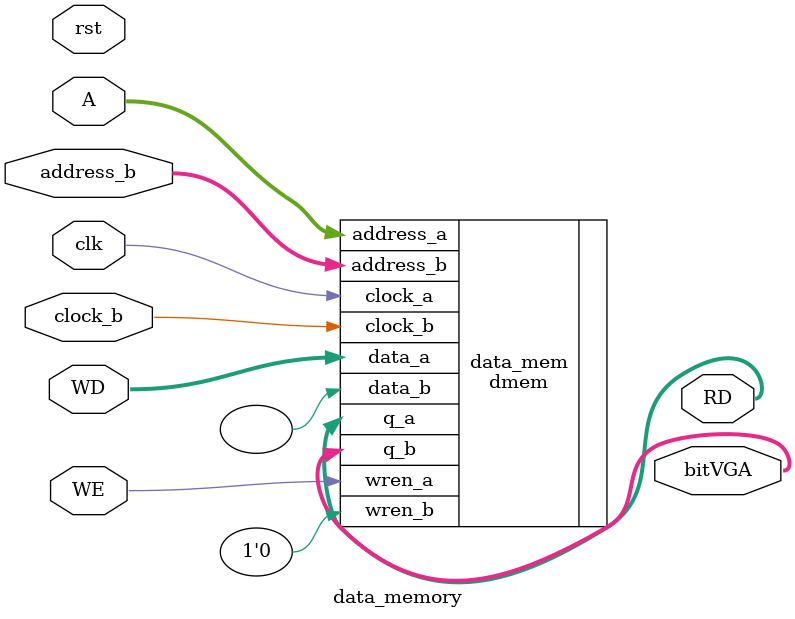
<source format=sv>
module data_memory(clk,rst,WE,WD,A,RD, address_b, clock_b, bitVGA);

    input clk,rst,WE,clock_b;
	 // A: addr
	 // WD: data a escribir
    input [31:0]A,WD,address_b;
	 // data leida
    output [31:0]RD;
	 output	[31:0]  bitVGA; // salida para VGA
	 
	 dmem data_mem(
						.address_a(A),
						.address_b(address_b),
						.clock_a(clk),
						.clock_b(clock_b),
						.data_a(WD),
						.data_b(),
						.wren_a(WE),
						.wren_b(1'b0),
						.q_a(RD),
						.q_b(bitVGA)
						);


endmodule
</source>
